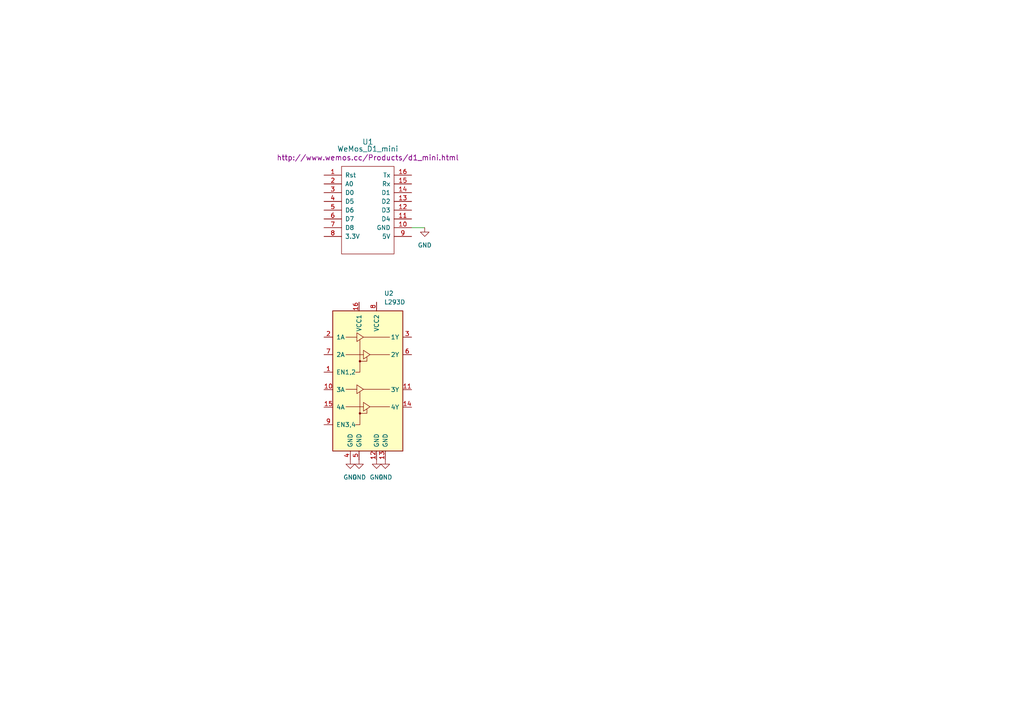
<source format=kicad_sch>
(kicad_sch (version 20231120) (generator "eeschema") (generator_version "8.0")
  (paper "A4")
  (title_block (title "Robot Control Module D1") (company "https://github.com/rcmgames"))
  (lib_symbols
    (symbol "Driver_Motor:L293D" (pin_names (offset 1.016))
      (property "Reference" "U" (at -5.08 26.035 0))
      (property "Value" "L293D" (at -5.08 24.13 0))
      (symbol "L293D_0_1"
        (rectangle (start -10.16 22.86) (end 10.16 -17.78) (stroke (width 0.254)) (fill (type background)))
        (circle (center -2.286 -6.858) (radius 0.254) (fill (type outline)))
        (circle (center -2.286 8.255) (radius 0.254) (fill (type outline)))
        (polyline (pts (xy -6.35 -4.953) (xy -1.27 -4.953)))
        (polyline (pts (xy -6.35 0.127) (xy -3.175 0.127)))
        (polyline (pts (xy -6.35 10.16) (xy -1.27 10.16)))
        (polyline (pts (xy -6.35 15.24) (xy -3.175 15.24)))
        (polyline (pts (xy -1.27 0.127) (xy 6.35 0.127)))
        (polyline (pts (xy -1.27 15.24) (xy 6.35 15.24)))
        (polyline (pts (xy 0.635 -4.953) (xy 6.35 -4.953)))
        (polyline (pts (xy 0.635 10.16) (xy 6.35 10.16)))
        (polyline (pts (xy -2.286 -6.858) (xy -0.254 -6.858) (xy -0.254 -5.588)))
        (polyline (pts (xy -2.286 -0.635) (xy -2.286 -10.16) (xy -3.556 -10.16)))
        (polyline (pts (xy -2.286 8.255) (xy -0.254 8.255) (xy -0.254 9.525)))
        (polyline (pts (xy -2.286 14.478) (xy -2.286 5.08) (xy -3.556 5.08)))
        (polyline (pts (xy -3.175 1.397) (xy -3.175 -1.143) (xy -1.27 0.127) (xy -3.175 1.397)))
        (polyline (pts (xy -3.175 16.51) (xy -3.175 13.97) (xy -1.27 15.24) (xy -3.175 16.51)))
        (polyline (pts (xy -1.27 -3.683) (xy -1.27 -6.223) (xy 0.635 -4.953) (xy -1.27 -3.683)))
        (polyline (pts (xy -1.27 11.43) (xy -1.27 8.89) (xy 0.635 10.16) (xy -1.27 11.43)))
      )
      (symbol "L293D_1_1"
        (pin input line (at -12.7 5.08 0) (length 2.54) (name "EN1,2") (number "1"))
        (pin input line (at -12.7 0 0) (length 2.54) (name "3A") (number "10"))
        (pin output line (at 12.7 0 180) (length 2.54) (name "3Y") (number "11"))
        (pin power_in line (at 2.54 -20.32 90) (length 2.54) (name "GND") (number "12"))
        (pin power_in line (at 5.08 -20.32 90) (length 2.54) (name "GND") (number "13"))
        (pin output line (at 12.7 -5.08 180) (length 2.54) (name "4Y") (number "14"))
        (pin input line (at -12.7 -5.08 0) (length 2.54) (name "4A") (number "15"))
        (pin power_in line (at -2.54 25.4 270) (length 2.54) (name "VCC1") (number "16"))
        (pin input line (at -12.7 15.24 0) (length 2.54) (name "1A") (number "2"))
        (pin output line (at 12.7 15.24 180) (length 2.54) (name "1Y") (number "3"))
        (pin power_in line (at -5.08 -20.32 90) (length 2.54) (name "GND") (number "4"))
        (pin power_in line (at -2.54 -20.32 90) (length 2.54) (name "GND") (number "5"))
        (pin output line (at 12.7 10.16 180) (length 2.54) (name "2Y") (number "6"))
        (pin input line (at -12.7 10.16 0) (length 2.54) (name "2A") (number "7"))
        (pin power_in line (at 2.54 25.4 270) (length 2.54) (name "VCC2") (number "8"))
        (pin input line (at -12.7 -10.16 0) (length 2.54) (name "EN3,4") (number "9"))
      )
    )
    (symbol "power:GND" (power) (pin_numbers hide) (pin_names (offset 0) hide)
      (property "Value" "GND" (at 0 -3.81 0))
      (symbol "GND_0_1"
        (polyline (pts (xy 0 0) (xy 0 -1.27) (xy 1.27 -1.27) (xy 0 -2.54) (xy -1.27 -1.27) (xy 0 -1.27)))
      )
      (symbol "GND_1_1"
        (pin power_in line (at 0 0 270) (length 0) (name "~") (number "1"))
      )
    )
    (symbol "projlib:WeMos_D1_mini" (pin_names (offset 1.016))
      (property "Reference" "U" (at 0 12.7 0))
      (property "Value" "WeMos_D1_mini" (at 0 -12.7 0))
      (property "Footprint" "project:wemos-d1-mini-with-pin-header" (at 13.97 -17.78 0))
      (property "Datasheet" "http://www.wemos.cc/Products/d1_mini.html" (at 13.97 -17.78 0))
      (symbol "WeMos_D1_mini_0_1"
        (rectangle (start -7.62 11.43) (end 7.62 -13.97))
      )
      (symbol "WeMos_D1_mini_1_1"
        (pin bidirectional line (at -12.7 8.89 0) (length 5.08) (name "Rst") (number "1"))
        (pin power_in line (at 12.7 -6.35 180) (length 5.08) (name "GND") (number "10"))
        (pin bidirectional line (at 12.7 -3.81 180) (length 5.08) (name "D4") (number "11"))
        (pin bidirectional line (at 12.7 -1.27 180) (length 5.08) (name "D3") (number "12"))
        (pin bidirectional line (at 12.7 1.27 180) (length 5.08) (name "D2") (number "13"))
        (pin bidirectional line (at 12.7 3.81 180) (length 5.08) (name "D1") (number "14"))
        (pin bidirectional line (at 12.7 6.35 180) (length 5.08) (name "Rx") (number "15"))
        (pin bidirectional line (at 12.7 8.89 180) (length 5.08) (name "Tx") (number "16"))
        (pin bidirectional line (at -12.7 6.35 0) (length 5.08) (name "A0") (number "2"))
        (pin bidirectional line (at -12.7 3.81 0) (length 5.08) (name "D0") (number "3"))
        (pin bidirectional line (at -12.7 1.27 0) (length 5.08) (name "D5") (number "4"))
        (pin bidirectional line (at -12.7 -1.27 0) (length 5.08) (name "D6") (number "5"))
        (pin bidirectional line (at -12.7 -3.81 0) (length 5.08) (name "D7") (number "6"))
        (pin bidirectional line (at -12.7 -6.35 0) (length 5.08) (name "D8") (number "7"))
        (pin power_out line (at -12.7 -8.89 0) (length 5.08) (name "3.3V") (number "8"))
        (pin power_in line (at 12.7 -8.89 180) (length 5.08) (name "5V") (number "9"))
      )
    )
  )
  (wire (pts (xy 119.38 66.04) (xy 123.19 66.04)))
  (symbol (lib_id "power:GND") (at 101.6 133.35 0) (unit 1)
    (property "Reference" "#PWR02" (effects (hide yes)))
    (property "Value" "GND" (at 101.6 138.43 0))
    (property "Description" "Power symbol creates a global label with name \"GND\" , ground" (effects (hide yes)))
  )
  (symbol (lib_id "power:GND") (at 109.22 133.35 0) (unit 1)
    (property "Reference" "#PWR04" (effects (hide yes)))
    (property "Value" "GND" (at 109.22 138.43 0))
    (property "Description" "Power symbol creates a global label with name \"GND\" , ground" (effects (hide yes)))
  )
  (symbol (lib_id "power:GND") (at 111.76 133.35 0) (unit 1)
    (property "Reference" "#PWR05" (effects (hide yes)))
    (property "Value" "GND" (at 111.76 138.43 0))
    (property "Description" "Power symbol creates a global label with name \"GND\" , ground" (effects (hide yes)))
  )
  (symbol (lib_id "power:GND") (at 123.19 66.04 0) (unit 1)
    (property "Reference" "#PWR01" (effects (hide yes)))
    (property "Value" "GND" (at 123.19 71.12 0))
    (property "Description" "Power symbol creates a global label with name \"GND\" , ground" (effects (hide yes)))
  )
  (symbol (lib_id "power:GND") (at 104.14 133.35 0) (unit 1)
    (property "Reference" "#PWR03" (effects (hide yes)))
    (property "Value" "GND" (at 104.14 138.43 0))
    (property "Description" "Power symbol creates a global label with name \"GND\" , ground" (effects (hide yes)))
  )
  (symbol (lib_id "projlib:WeMos_D1_mini") (at 106.68 59.69 0) (unit 1)
    (property "Reference" "U1" (at 106.68 41.148 0) (effects (font (size 1.524 1.524))))
    (property "Value" "WeMos_D1_mini" (at 106.68 43.18 0) (effects (font (size 1.524 1.524))))
    (property "Footprint" "project:wemos-d1-mini-with-pin-header" (effects (hide yes)))
    (property "Datasheet" "http://www.wemos.cc/Products/d1_mini.html" (at 106.68 45.72 0) (effects (font (size 1.524 1.524))))
    (property "Description" "WeMos D1 mini" (effects (hide yes)))
  )
  (symbol (lib_id "Driver_Motor:L293D") (at 106.68 113.03 0) (unit 1)
    (property "Reference" "U2" (at 111.4141 85.09 0) (effects (justify left)))
    (property "Value" "L293D" (at 111.4141 87.63 0) (effects (justify left)))
    (property "Footprint" "Package_DIP:DIP-16_W7.62mm" (effects (hide yes)))
    (property "Datasheet" "http://www.ti.com/lit/ds/symlink/l293.pdf" (effects (hide yes)))
    (property "Description" "Quadruple Half-H Drivers" (effects (hide yes)))
  )
)
</source>
